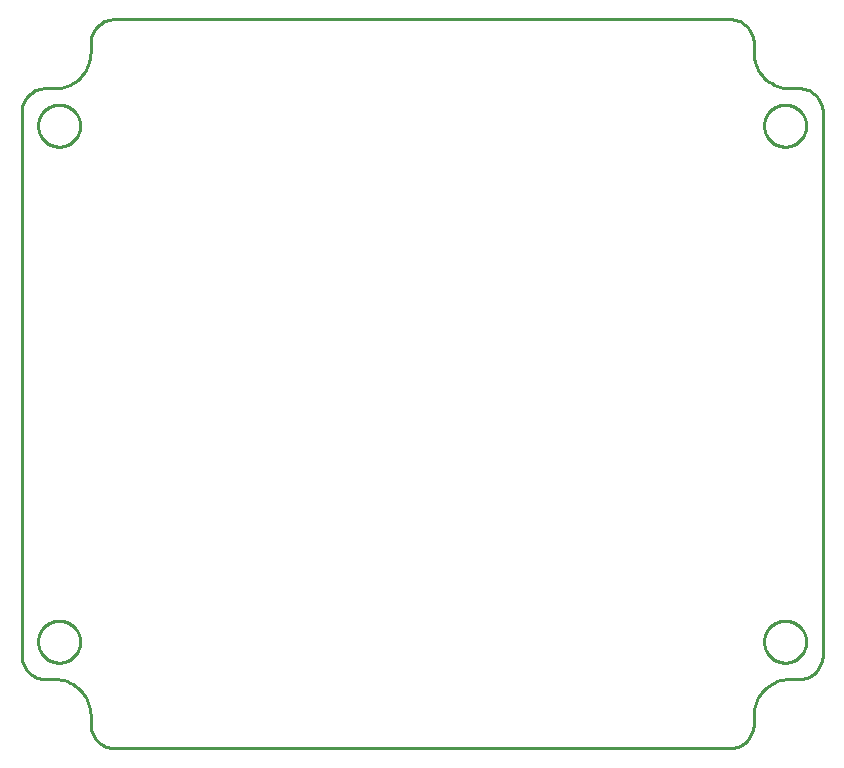
<source format=gbr>
G04 EAGLE Gerber RS-274X export*
G75*
%MOMM*%
%FSLAX34Y34*%
%LPD*%
%IN*%
%IPPOS*%
%AMOC8*
5,1,8,0,0,1.08239X$1,22.5*%
G01*
%ADD10C,0.254000*%


D10*
X0Y78740D02*
X77Y76969D01*
X309Y75211D01*
X692Y73481D01*
X1225Y71790D01*
X1904Y70152D01*
X2722Y68580D01*
X3675Y67085D01*
X4754Y65679D01*
X5952Y64372D01*
X7259Y63174D01*
X8665Y62095D01*
X10160Y61142D01*
X11732Y60324D01*
X13370Y59645D01*
X15061Y59112D01*
X16791Y58729D01*
X18549Y58497D01*
X20320Y58420D01*
X27940Y58420D01*
X30597Y58304D01*
X33233Y57957D01*
X35829Y57381D01*
X38365Y56582D01*
X40821Y55564D01*
X43180Y54336D01*
X45423Y52908D01*
X47532Y51289D01*
X49493Y49493D01*
X51289Y47532D01*
X52908Y45423D01*
X54336Y43180D01*
X55564Y40821D01*
X56582Y38365D01*
X57381Y35829D01*
X57957Y33233D01*
X58304Y30597D01*
X58420Y27940D01*
X58420Y20320D01*
X58497Y18549D01*
X58729Y16791D01*
X59112Y15061D01*
X59645Y13370D01*
X60324Y11732D01*
X61142Y10160D01*
X62095Y8665D01*
X63174Y7259D01*
X64372Y5952D01*
X65679Y4754D01*
X67085Y3675D01*
X68580Y2722D01*
X70152Y1904D01*
X71790Y1225D01*
X73481Y692D01*
X75211Y309D01*
X76969Y77D01*
X78740Y0D01*
X599440Y0D01*
X601211Y77D01*
X602969Y309D01*
X604699Y692D01*
X606390Y1225D01*
X608028Y1904D01*
X609600Y2722D01*
X611095Y3675D01*
X612501Y4754D01*
X613808Y5952D01*
X615006Y7259D01*
X616085Y8665D01*
X617038Y10160D01*
X617856Y11732D01*
X618535Y13370D01*
X619068Y15061D01*
X619451Y16791D01*
X619683Y18549D01*
X619760Y20320D01*
X619760Y27940D01*
X619876Y30597D01*
X620223Y33233D01*
X620799Y35829D01*
X621598Y38365D01*
X622616Y40821D01*
X623844Y43180D01*
X625272Y45423D01*
X626891Y47532D01*
X628687Y49493D01*
X630648Y51289D01*
X632757Y52908D01*
X635000Y54336D01*
X637359Y55564D01*
X639815Y56582D01*
X642351Y57381D01*
X644947Y57957D01*
X647584Y58304D01*
X650240Y58420D01*
X657860Y58420D01*
X659631Y58497D01*
X661389Y58729D01*
X663119Y59112D01*
X664810Y59645D01*
X666448Y60324D01*
X668020Y61142D01*
X669515Y62095D01*
X670921Y63174D01*
X672228Y64372D01*
X673426Y65679D01*
X674505Y67085D01*
X675458Y68580D01*
X676276Y70152D01*
X676955Y71790D01*
X677488Y73481D01*
X677871Y75211D01*
X678103Y76969D01*
X678180Y78740D01*
X678180Y538480D01*
X678103Y540251D01*
X677871Y542009D01*
X677488Y543739D01*
X676955Y545430D01*
X676276Y547068D01*
X675458Y548640D01*
X674505Y550135D01*
X673426Y551541D01*
X672228Y552848D01*
X670921Y554046D01*
X669515Y555125D01*
X668020Y556078D01*
X666448Y556896D01*
X664810Y557575D01*
X663119Y558108D01*
X661389Y558491D01*
X659631Y558723D01*
X657860Y558800D01*
X650240Y558800D01*
X647584Y558916D01*
X644947Y559263D01*
X642351Y559839D01*
X639815Y560638D01*
X637359Y561656D01*
X635000Y562884D01*
X632757Y564312D01*
X630648Y565931D01*
X628687Y567727D01*
X626891Y569688D01*
X625272Y571797D01*
X623844Y574040D01*
X622616Y576399D01*
X621598Y578855D01*
X620799Y581391D01*
X620223Y583987D01*
X619876Y586624D01*
X619760Y589280D01*
X619760Y596900D01*
X619683Y598671D01*
X619451Y600429D01*
X619068Y602159D01*
X618535Y603850D01*
X617856Y605488D01*
X617038Y607060D01*
X616085Y608555D01*
X615006Y609961D01*
X613808Y611268D01*
X612501Y612466D01*
X611095Y613545D01*
X609600Y614498D01*
X608028Y615316D01*
X606390Y615995D01*
X604699Y616528D01*
X602969Y616911D01*
X601211Y617143D01*
X599440Y617220D01*
X78740Y617220D01*
X76969Y617143D01*
X75211Y616911D01*
X73481Y616528D01*
X71790Y615995D01*
X70152Y615316D01*
X68580Y614498D01*
X67085Y613545D01*
X65679Y612466D01*
X64372Y611268D01*
X63174Y609961D01*
X62095Y608555D01*
X61142Y607060D01*
X60324Y605488D01*
X59645Y603850D01*
X59112Y602159D01*
X58729Y600429D01*
X58497Y598671D01*
X58420Y596900D01*
X58420Y589280D01*
X58304Y586624D01*
X57957Y583987D01*
X57381Y581391D01*
X56582Y578855D01*
X55564Y576399D01*
X54336Y574040D01*
X52908Y571797D01*
X51289Y569688D01*
X49493Y567727D01*
X47532Y565931D01*
X45423Y564312D01*
X43180Y562884D01*
X40821Y561656D01*
X38365Y560638D01*
X35829Y559839D01*
X33233Y559263D01*
X30597Y558916D01*
X27940Y558800D01*
X20320Y558800D01*
X18549Y558723D01*
X16791Y558491D01*
X15061Y558108D01*
X13370Y557575D01*
X11732Y556896D01*
X10160Y556078D01*
X8665Y555125D01*
X7259Y554046D01*
X5952Y552848D01*
X4754Y551541D01*
X3675Y550135D01*
X2722Y548640D01*
X1904Y547068D01*
X1225Y545430D01*
X692Y543739D01*
X309Y542009D01*
X77Y540251D01*
X0Y538480D01*
X0Y78740D01*
X49530Y89588D02*
X49454Y88426D01*
X49302Y87272D01*
X49075Y86130D01*
X48774Y85006D01*
X48399Y83904D01*
X47954Y82828D01*
X47439Y81784D01*
X46857Y80776D01*
X46210Y79808D01*
X45502Y78884D01*
X44734Y78009D01*
X43911Y77186D01*
X43036Y76419D01*
X42112Y75710D01*
X41144Y75063D01*
X40136Y74481D01*
X39092Y73966D01*
X38016Y73521D01*
X36914Y73147D01*
X35790Y72845D01*
X34648Y72618D01*
X33494Y72466D01*
X32332Y72390D01*
X31168Y72390D01*
X30006Y72466D01*
X28852Y72618D01*
X27710Y72845D01*
X26586Y73147D01*
X25484Y73521D01*
X24408Y73966D01*
X23364Y74481D01*
X22356Y75063D01*
X21388Y75710D01*
X20464Y76419D01*
X19589Y77186D01*
X18766Y78009D01*
X17999Y78884D01*
X17290Y79808D01*
X16643Y80776D01*
X16061Y81784D01*
X15546Y82828D01*
X15101Y83904D01*
X14727Y85006D01*
X14425Y86130D01*
X14198Y87272D01*
X14046Y88426D01*
X13970Y89588D01*
X13970Y90752D01*
X14046Y91914D01*
X14198Y93068D01*
X14425Y94210D01*
X14727Y95334D01*
X15101Y96436D01*
X15546Y97512D01*
X16061Y98556D01*
X16643Y99564D01*
X17290Y100532D01*
X17999Y101456D01*
X18766Y102331D01*
X19589Y103154D01*
X20464Y103922D01*
X21388Y104630D01*
X22356Y105277D01*
X23364Y105859D01*
X24408Y106374D01*
X25484Y106819D01*
X26586Y107194D01*
X27710Y107495D01*
X28852Y107722D01*
X30006Y107874D01*
X31168Y107950D01*
X32332Y107950D01*
X33494Y107874D01*
X34648Y107722D01*
X35790Y107495D01*
X36914Y107194D01*
X38016Y106819D01*
X39092Y106374D01*
X40136Y105859D01*
X41144Y105277D01*
X42112Y104630D01*
X43036Y103922D01*
X43911Y103154D01*
X44734Y102331D01*
X45502Y101456D01*
X46210Y100532D01*
X46857Y99564D01*
X47439Y98556D01*
X47954Y97512D01*
X48399Y96436D01*
X48774Y95334D01*
X49075Y94210D01*
X49302Y93068D01*
X49454Y91914D01*
X49530Y90752D01*
X49530Y89588D01*
X664210Y526468D02*
X664134Y525306D01*
X663982Y524152D01*
X663755Y523010D01*
X663454Y521886D01*
X663079Y520784D01*
X662634Y519708D01*
X662119Y518664D01*
X661537Y517656D01*
X660890Y516688D01*
X660182Y515764D01*
X659414Y514889D01*
X658591Y514066D01*
X657716Y513299D01*
X656792Y512590D01*
X655824Y511943D01*
X654816Y511361D01*
X653772Y510846D01*
X652696Y510401D01*
X651594Y510027D01*
X650470Y509725D01*
X649328Y509498D01*
X648174Y509346D01*
X647012Y509270D01*
X645848Y509270D01*
X644686Y509346D01*
X643532Y509498D01*
X642390Y509725D01*
X641266Y510027D01*
X640164Y510401D01*
X639088Y510846D01*
X638044Y511361D01*
X637036Y511943D01*
X636068Y512590D01*
X635144Y513299D01*
X634269Y514066D01*
X633446Y514889D01*
X632679Y515764D01*
X631970Y516688D01*
X631323Y517656D01*
X630741Y518664D01*
X630226Y519708D01*
X629781Y520784D01*
X629407Y521886D01*
X629105Y523010D01*
X628878Y524152D01*
X628726Y525306D01*
X628650Y526468D01*
X628650Y527632D01*
X628726Y528794D01*
X628878Y529948D01*
X629105Y531090D01*
X629407Y532214D01*
X629781Y533316D01*
X630226Y534392D01*
X630741Y535436D01*
X631323Y536444D01*
X631970Y537412D01*
X632679Y538336D01*
X633446Y539211D01*
X634269Y540034D01*
X635144Y540802D01*
X636068Y541510D01*
X637036Y542157D01*
X638044Y542739D01*
X639088Y543254D01*
X640164Y543699D01*
X641266Y544074D01*
X642390Y544375D01*
X643532Y544602D01*
X644686Y544754D01*
X645848Y544830D01*
X647012Y544830D01*
X648174Y544754D01*
X649328Y544602D01*
X650470Y544375D01*
X651594Y544074D01*
X652696Y543699D01*
X653772Y543254D01*
X654816Y542739D01*
X655824Y542157D01*
X656792Y541510D01*
X657716Y540802D01*
X658591Y540034D01*
X659414Y539211D01*
X660182Y538336D01*
X660890Y537412D01*
X661537Y536444D01*
X662119Y535436D01*
X662634Y534392D01*
X663079Y533316D01*
X663454Y532214D01*
X663755Y531090D01*
X663982Y529948D01*
X664134Y528794D01*
X664210Y527632D01*
X664210Y526468D01*
X49530Y526468D02*
X49454Y525306D01*
X49302Y524152D01*
X49075Y523010D01*
X48774Y521886D01*
X48399Y520784D01*
X47954Y519708D01*
X47439Y518664D01*
X46857Y517656D01*
X46210Y516688D01*
X45502Y515764D01*
X44734Y514889D01*
X43911Y514066D01*
X43036Y513299D01*
X42112Y512590D01*
X41144Y511943D01*
X40136Y511361D01*
X39092Y510846D01*
X38016Y510401D01*
X36914Y510027D01*
X35790Y509725D01*
X34648Y509498D01*
X33494Y509346D01*
X32332Y509270D01*
X31168Y509270D01*
X30006Y509346D01*
X28852Y509498D01*
X27710Y509725D01*
X26586Y510027D01*
X25484Y510401D01*
X24408Y510846D01*
X23364Y511361D01*
X22356Y511943D01*
X21388Y512590D01*
X20464Y513299D01*
X19589Y514066D01*
X18766Y514889D01*
X17999Y515764D01*
X17290Y516688D01*
X16643Y517656D01*
X16061Y518664D01*
X15546Y519708D01*
X15101Y520784D01*
X14727Y521886D01*
X14425Y523010D01*
X14198Y524152D01*
X14046Y525306D01*
X13970Y526468D01*
X13970Y527632D01*
X14046Y528794D01*
X14198Y529948D01*
X14425Y531090D01*
X14727Y532214D01*
X15101Y533316D01*
X15546Y534392D01*
X16061Y535436D01*
X16643Y536444D01*
X17290Y537412D01*
X17999Y538336D01*
X18766Y539211D01*
X19589Y540034D01*
X20464Y540802D01*
X21388Y541510D01*
X22356Y542157D01*
X23364Y542739D01*
X24408Y543254D01*
X25484Y543699D01*
X26586Y544074D01*
X27710Y544375D01*
X28852Y544602D01*
X30006Y544754D01*
X31168Y544830D01*
X32332Y544830D01*
X33494Y544754D01*
X34648Y544602D01*
X35790Y544375D01*
X36914Y544074D01*
X38016Y543699D01*
X39092Y543254D01*
X40136Y542739D01*
X41144Y542157D01*
X42112Y541510D01*
X43036Y540802D01*
X43911Y540034D01*
X44734Y539211D01*
X45502Y538336D01*
X46210Y537412D01*
X46857Y536444D01*
X47439Y535436D01*
X47954Y534392D01*
X48399Y533316D01*
X48774Y532214D01*
X49075Y531090D01*
X49302Y529948D01*
X49454Y528794D01*
X49530Y527632D01*
X49530Y526468D01*
X664210Y89588D02*
X664134Y88426D01*
X663982Y87272D01*
X663755Y86130D01*
X663454Y85006D01*
X663079Y83904D01*
X662634Y82828D01*
X662119Y81784D01*
X661537Y80776D01*
X660890Y79808D01*
X660182Y78884D01*
X659414Y78009D01*
X658591Y77186D01*
X657716Y76419D01*
X656792Y75710D01*
X655824Y75063D01*
X654816Y74481D01*
X653772Y73966D01*
X652696Y73521D01*
X651594Y73147D01*
X650470Y72845D01*
X649328Y72618D01*
X648174Y72466D01*
X647012Y72390D01*
X645848Y72390D01*
X644686Y72466D01*
X643532Y72618D01*
X642390Y72845D01*
X641266Y73147D01*
X640164Y73521D01*
X639088Y73966D01*
X638044Y74481D01*
X637036Y75063D01*
X636068Y75710D01*
X635144Y76419D01*
X634269Y77186D01*
X633446Y78009D01*
X632679Y78884D01*
X631970Y79808D01*
X631323Y80776D01*
X630741Y81784D01*
X630226Y82828D01*
X629781Y83904D01*
X629407Y85006D01*
X629105Y86130D01*
X628878Y87272D01*
X628726Y88426D01*
X628650Y89588D01*
X628650Y90752D01*
X628726Y91914D01*
X628878Y93068D01*
X629105Y94210D01*
X629407Y95334D01*
X629781Y96436D01*
X630226Y97512D01*
X630741Y98556D01*
X631323Y99564D01*
X631970Y100532D01*
X632679Y101456D01*
X633446Y102331D01*
X634269Y103154D01*
X635144Y103922D01*
X636068Y104630D01*
X637036Y105277D01*
X638044Y105859D01*
X639088Y106374D01*
X640164Y106819D01*
X641266Y107194D01*
X642390Y107495D01*
X643532Y107722D01*
X644686Y107874D01*
X645848Y107950D01*
X647012Y107950D01*
X648174Y107874D01*
X649328Y107722D01*
X650470Y107495D01*
X651594Y107194D01*
X652696Y106819D01*
X653772Y106374D01*
X654816Y105859D01*
X655824Y105277D01*
X656792Y104630D01*
X657716Y103922D01*
X658591Y103154D01*
X659414Y102331D01*
X660182Y101456D01*
X660890Y100532D01*
X661537Y99564D01*
X662119Y98556D01*
X662634Y97512D01*
X663079Y96436D01*
X663454Y95334D01*
X663755Y94210D01*
X663982Y93068D01*
X664134Y91914D01*
X664210Y90752D01*
X664210Y89588D01*
M02*

</source>
